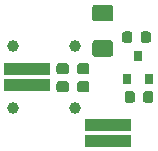
<source format=gts>
%TF.GenerationSoftware,KiCad,Pcbnew,(5.1.0-1220-ga833aeeac)*%
%TF.CreationDate,2019-07-10T21:20:11+03:00*%
%TF.ProjectId,proto_II_sensor_kicad,70726f74-6f5f-4494-995f-73656e736f72,rev?*%
%TF.SameCoordinates,Original*%
%TF.FileFunction,Soldermask,Top*%
%TF.FilePolarity,Negative*%
%FSLAX46Y46*%
G04 Gerber Fmt 4.6, Leading zero omitted, Abs format (unit mm)*
G04 Created by KiCad (PCBNEW (5.1.0-1220-ga833aeeac)) date 2019-07-10 21:20:11*
%MOMM*%
%LPD*%
G04 APERTURE LIST*
%ADD10C,1.000000*%
%ADD11R,0.800000X0.900000*%
%ADD12C,0.160000*%
%ADD13C,0.950000*%
%ADD14C,0.875000*%
%ADD15C,1.425000*%
%ADD16R,4.000000X1.000000*%
G04 APERTURE END LIST*
D10*
X125075000Y-131050000D03*
X130275000Y-131050000D03*
X125075000Y-125850000D03*
X130275000Y-125850000D03*
D11*
X135635356Y-126650000D03*
X136585356Y-128650000D03*
X134685356Y-128650000D03*
D12*
G36*
X131378387Y-128818079D02*
G01*
X131455438Y-128869562D01*
X131506921Y-128946613D01*
X131525000Y-129037500D01*
X131525000Y-129512500D01*
X131506921Y-129603387D01*
X131455438Y-129680438D01*
X131378387Y-129731921D01*
X131287500Y-129750000D01*
X130712500Y-129750000D01*
X130621613Y-129731921D01*
X130544562Y-129680438D01*
X130493079Y-129603387D01*
X130475000Y-129512500D01*
X130475000Y-129037500D01*
X130493079Y-128946613D01*
X130544562Y-128869562D01*
X130621613Y-128818079D01*
X130712500Y-128800000D01*
X131287500Y-128800000D01*
X131378387Y-128818079D01*
X131378387Y-128818079D01*
G37*
D13*
X131000000Y-129275000D03*
D12*
G36*
X129628387Y-128818079D02*
G01*
X129705438Y-128869562D01*
X129756921Y-128946613D01*
X129775000Y-129037500D01*
X129775000Y-129512500D01*
X129756921Y-129603387D01*
X129705438Y-129680438D01*
X129628387Y-129731921D01*
X129537500Y-129750000D01*
X128962500Y-129750000D01*
X128871613Y-129731921D01*
X128794562Y-129680438D01*
X128743079Y-129603387D01*
X128725000Y-129512500D01*
X128725000Y-129037500D01*
X128743079Y-128946613D01*
X128794562Y-128869562D01*
X128871613Y-128818079D01*
X128962500Y-128800000D01*
X129537500Y-128800000D01*
X129628387Y-128818079D01*
X129628387Y-128818079D01*
G37*
D13*
X129250000Y-129275000D03*
D12*
G36*
X131378387Y-127293079D02*
G01*
X131455438Y-127344562D01*
X131506921Y-127421613D01*
X131525000Y-127512500D01*
X131525000Y-127987500D01*
X131506921Y-128078387D01*
X131455438Y-128155438D01*
X131378387Y-128206921D01*
X131287500Y-128225000D01*
X130712500Y-128225000D01*
X130621613Y-128206921D01*
X130544562Y-128155438D01*
X130493079Y-128078387D01*
X130475000Y-127987500D01*
X130475000Y-127512500D01*
X130493079Y-127421613D01*
X130544562Y-127344562D01*
X130621613Y-127293079D01*
X130712500Y-127275000D01*
X131287500Y-127275000D01*
X131378387Y-127293079D01*
X131378387Y-127293079D01*
G37*
D13*
X131000000Y-127750000D03*
D12*
G36*
X129628387Y-127293079D02*
G01*
X129705438Y-127344562D01*
X129756921Y-127421613D01*
X129775000Y-127512500D01*
X129775000Y-127987500D01*
X129756921Y-128078387D01*
X129705438Y-128155438D01*
X129628387Y-128206921D01*
X129537500Y-128225000D01*
X128962500Y-128225000D01*
X128871613Y-128206921D01*
X128794562Y-128155438D01*
X128743079Y-128078387D01*
X128725000Y-127987500D01*
X128725000Y-127512500D01*
X128743079Y-127421613D01*
X128794562Y-127344562D01*
X128871613Y-127293079D01*
X128962500Y-127275000D01*
X129537500Y-127275000D01*
X129628387Y-127293079D01*
X129628387Y-127293079D01*
G37*
D13*
X129250000Y-127750000D03*
D12*
G36*
X135239962Y-129691651D02*
G01*
X135310930Y-129739070D01*
X135358349Y-129810038D01*
X135375000Y-129893750D01*
X135375000Y-130406250D01*
X135358349Y-130489962D01*
X135310930Y-130560930D01*
X135239962Y-130608349D01*
X135156250Y-130625000D01*
X134718750Y-130625000D01*
X134635038Y-130608349D01*
X134564070Y-130560930D01*
X134516651Y-130489962D01*
X134500000Y-130406250D01*
X134500000Y-129893750D01*
X134516651Y-129810038D01*
X134564070Y-129739070D01*
X134635038Y-129691651D01*
X134718750Y-129675000D01*
X135156250Y-129675000D01*
X135239962Y-129691651D01*
X135239962Y-129691651D01*
G37*
D14*
X134937500Y-130150000D03*
D12*
G36*
X136814962Y-129691651D02*
G01*
X136885930Y-129739070D01*
X136933349Y-129810038D01*
X136950000Y-129893750D01*
X136950000Y-130406250D01*
X136933349Y-130489962D01*
X136885930Y-130560930D01*
X136814962Y-130608349D01*
X136731250Y-130625000D01*
X136293750Y-130625000D01*
X136210038Y-130608349D01*
X136139070Y-130560930D01*
X136091651Y-130489962D01*
X136075000Y-130406250D01*
X136075000Y-129893750D01*
X136091651Y-129810038D01*
X136139070Y-129739070D01*
X136210038Y-129691651D01*
X136293750Y-129675000D01*
X136731250Y-129675000D01*
X136814962Y-129691651D01*
X136814962Y-129691651D01*
G37*
D14*
X136512500Y-130150000D03*
D12*
G36*
X136602463Y-124616651D02*
G01*
X136673431Y-124664070D01*
X136720850Y-124735038D01*
X136737501Y-124818750D01*
X136737501Y-125331250D01*
X136720850Y-125414962D01*
X136673431Y-125485930D01*
X136602463Y-125533349D01*
X136518751Y-125550000D01*
X136081251Y-125550000D01*
X135997539Y-125533349D01*
X135926571Y-125485930D01*
X135879152Y-125414962D01*
X135862501Y-125331250D01*
X135862501Y-124818750D01*
X135879152Y-124735038D01*
X135926571Y-124664070D01*
X135997539Y-124616651D01*
X136081251Y-124600000D01*
X136518751Y-124600000D01*
X136602463Y-124616651D01*
X136602463Y-124616651D01*
G37*
D14*
X136300001Y-125075000D03*
D12*
G36*
X135027463Y-124616651D02*
G01*
X135098431Y-124664070D01*
X135145850Y-124735038D01*
X135162501Y-124818750D01*
X135162501Y-125331250D01*
X135145850Y-125414962D01*
X135098431Y-125485930D01*
X135027463Y-125533349D01*
X134943751Y-125550000D01*
X134506251Y-125550000D01*
X134422539Y-125533349D01*
X134351571Y-125485930D01*
X134304152Y-125414962D01*
X134287501Y-125331250D01*
X134287501Y-124818750D01*
X134304152Y-124735038D01*
X134351571Y-124664070D01*
X134422539Y-124616651D01*
X134506251Y-124600000D01*
X134943751Y-124600000D01*
X135027463Y-124616651D01*
X135027463Y-124616651D01*
G37*
D14*
X134725001Y-125075000D03*
D12*
G36*
X133370671Y-122356530D02*
G01*
X133451777Y-122410723D01*
X133505970Y-122491829D01*
X133525000Y-122587500D01*
X133525000Y-123512500D01*
X133505970Y-123608171D01*
X133451777Y-123689277D01*
X133370671Y-123743470D01*
X133275000Y-123762500D01*
X132025000Y-123762500D01*
X131929329Y-123743470D01*
X131848223Y-123689277D01*
X131794030Y-123608171D01*
X131775000Y-123512500D01*
X131775000Y-122587500D01*
X131794030Y-122491829D01*
X131848223Y-122410723D01*
X131929329Y-122356530D01*
X132025000Y-122337500D01*
X133275000Y-122337500D01*
X133370671Y-122356530D01*
X133370671Y-122356530D01*
G37*
D15*
X132650000Y-123050000D03*
D12*
G36*
X133370671Y-125331530D02*
G01*
X133451777Y-125385723D01*
X133505970Y-125466829D01*
X133525000Y-125562500D01*
X133525000Y-126487500D01*
X133505970Y-126583171D01*
X133451777Y-126664277D01*
X133370671Y-126718470D01*
X133275000Y-126737500D01*
X132025000Y-126737500D01*
X131929329Y-126718470D01*
X131848223Y-126664277D01*
X131794030Y-126583171D01*
X131775000Y-126487500D01*
X131775000Y-125562500D01*
X131794030Y-125466829D01*
X131848223Y-125385723D01*
X131929329Y-125331530D01*
X132025000Y-125312500D01*
X133275000Y-125312500D01*
X133370671Y-125331530D01*
X133370671Y-125331530D01*
G37*
D15*
X132650000Y-126025000D03*
D16*
X126275000Y-129150000D03*
X126275000Y-127750000D03*
X133125000Y-132525000D03*
X133125000Y-133925000D03*
M02*

</source>
